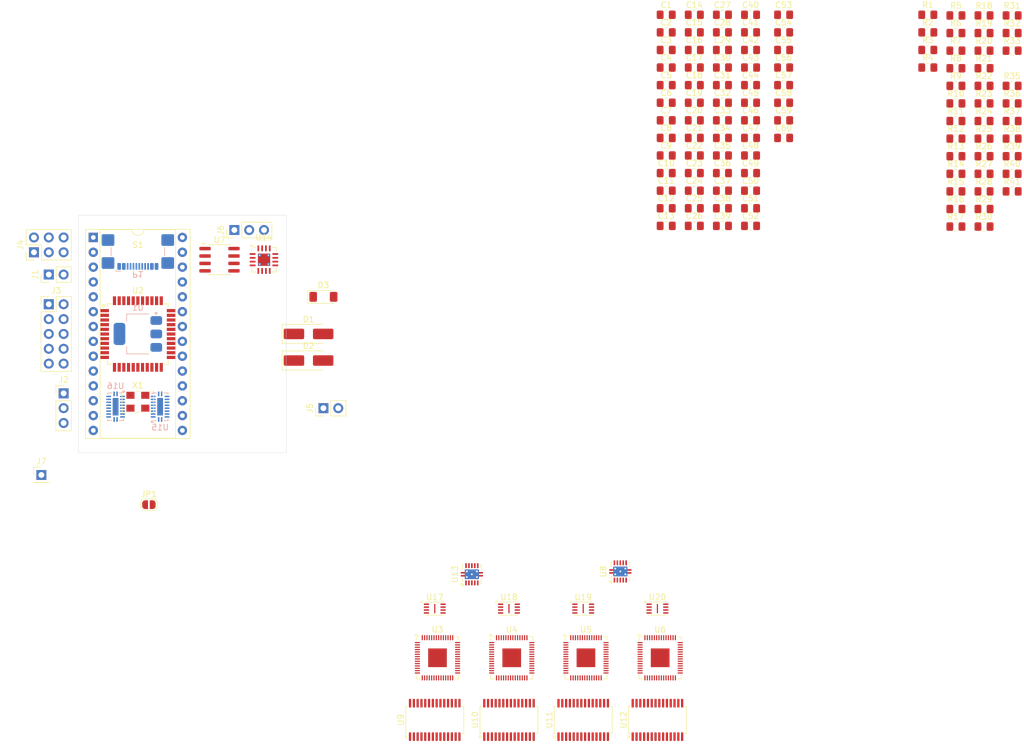
<source format=kicad_pcb>
(kicad_pcb (version 20240108) (generator "pcbnew") (generator_version "8.0")
  (layers (0 "F.Cu" signal) (31 "B.Cu" signal) (34 "B.Paste" user) (35 "F.Paste" user) (36 "B.SilkS" user "B.Silkscreen") (37 "F.SilkS" user "F.Silkscreen") (38 "B.Mask" user) (39 "F.Mask" user) (44 "Edge.Cuts" user))
  (net 0 "")
  (net 1 "GND")
  (net 2 "+3V3")
  (net 3 "+5V")
  (net 4 "Net-(C8-Pad2)")
  (net 5 "/OUTL1")
  (net 6 "/OUTL2")
  (net 7 "Net-(C9-Pad2)")
  (net 8 "/OUTL3")
  (net 9 "Net-(C10-Pad2)")
  (net 10 "/OUTLP")
  (net 11 "Net-(C11-Pad1)")
  (net 12 "/OUTL4")
  (net 13 "Net-(C12-Pad2)")
  (net 14 "Net-(U7A-+)")
  (net 15 "/OUTR1")
  (net 16 "Net-(C14-Pad2)")
  (net 17 "Net-(C15-Pad2)")
  (net 18 "/OUTR2")
  (net 19 "Net-(C16-Pad2)")
  (net 20 "/OUTR3")
  (net 21 "/OUTRP")
  (net 22 "Net-(C17-Pad1)")
  (net 23 "/OUTR4")
  (net 24 "Net-(C18-Pad2)")
  (net 25 "Net-(U7B-+)")
  (net 26 "+5P")
  (net 27 "Net-(U9-CAPP)")
  (net 28 "Net-(U9-CAPM)")
  (net 29 "Net-(U10-CAPP)")
  (net 30 "Net-(U10-CAPM)")
  (net 31 "Net-(U11-CAPM)")
  (net 32 "Net-(U11-CAPP)")
  (net 33 "Net-(U12-CAPM)")
  (net 34 "Net-(U12-CAPP)")
  (net 35 "Net-(U14-C1N)")
  (net 36 "Net-(U14-C1P)")
  (net 37 "Net-(U14-BBR)")
  (net 38 "Net-(U14-BBL)")
  (net 39 "Net-(U9-LDOO)")
  (net 40 "Net-(U10-LDOO)")
  (net 41 "Net-(U11-LDOO)")
  (net 42 "Net-(U12-LDOO)")
  (net 43 "Net-(U9-VNEG)")
  (net 44 "Net-(U10-VNEG)")
  (net 45 "Net-(U11-VNEG)")
  (net 46 "Net-(U12-VNEG)")
  (net 47 "SVSS")
  (net 48 "/Vreg")
  (net 49 "+5C")
  (net 50 "Net-(D3-K)")
  (net 51 "/RST3v3")
  (net 52 "/BOOT")
  (net 53 "/A6")
  (net 54 "/A5")
  (net 55 "/A7")
  (net 57 "/P07")
  (net 60 "/P01")
  (net 61 "/P32")
  (net 62 "/P26")
  (net 63 "/CONFIG0")
  (net 64 "/~{Enable_Config}")
  (net 65 "/CONFIG1")
  (net 66 "/RPRUN")
  (net 68 "Net-(P1-CC)")
  (net 69 "Net-(P1-D-)")
  (net 71 "Net-(P1-D+)")
  (net 72 "/USB_DN")
  (net 73 "/USB_DP")
  (net 74 "Net-(U7A--)")
  (net 75 "Net-(U7B--)")
  (net 76 "/OUTR")
  (net 77 "/OUTL")
  (net 78 "/~{RESET}")
  (net 79 "/ENTR")
  (net 80 "/Q1SS")
  (net 81 "/Q2SS")
  (net 82 "/Q0SS")
  (net 83 "/Q3SS")
  (net 84 "/POTY")
  (net 85 "/RPOTY")
  (net 86 "/RPOTX")
  (net 87 "/POTX")
  (net 88 "/PHI2")
  (net 89 "/D4")
  (net 90 "/A1")
  (net 91 "/D2")
  (net 92 "/D5")
  (net 93 "/D3")
  (net 94 "/D1")
  (net 95 "/R~{W}")
  (net 96 "/A0")
  (net 97 "/D0")
  (net 98 "/D6")
  (net 99 "/A2")
  (net 100 "/~{CE}")
  (net 102 "/A3")
  (net 104 "/A4")
  (net 108 "/D7")
  (net 109 "+9V")
  (net 130 "/CLK")
  (net 142 "/P0IO20")
  (net 143 "/P0IO6")
  (net 144 "/CLK0")
  (net 145 "/USB_DN0")
  (net 146 "/P0IO29")
  (net 148 "/Q0D3")
  (net 149 "/P0IO13")
  (net 150 "/P0IO12")
  (net 151 "/P0IO5")
  (net 152 "/P0IO4")
  (net 153 "/P0IO25")
  (net 154 "/P0IO7")
  (net 155 "/P0IO28")
  (net 156 "/Q0D0")
  (net 157 "/P0IO10")
  (net 158 "/P0IO18")
  (net 159 "/P0IO26")
  (net 160 "/Q0D2")
  (net 161 "/P0IO21")
  (net 162 "/P0IO1")
  (net 163 "/P0IO15")
  (net 164 "/P0IO23")
  (net 165 "/P0IO0")
  (net 166 "/P0IO16")
  (net 167 "/P0IO17")
  (net 168 "/P0IO27")
  (net 169 "/Q0CK")
  (net 170 "/P0IO9")
  (net 172 "/P0IO19")
  (net 173 "/P0IO22")
  (net 174 "/P0IO11")
  (net 175 "/Q0D1")
  (net 176 "/P0IO14")
  (net 177 "/USB_DP0")
  (net 178 "/P0IO2")
  (net 179 "/P0IO8")
  (net 180 "/P0IO3")
  (net 181 "/P0IO24")
  (net 183 "/P1IO27")
  (net 184 "/P1IO13")
  (net 186 "/Q1CK")
  (net 188 "/P1IO26")
  (net 189 "/P1IO5")
  (net 190 "/P1IO19")
  (net 191 "/P1IO20")
  (net 192 "/P1IO18")
  (net 193 "/P1IO15")
  (net 194 "/Q1D0")
  (net 195 "/P1IO24")
  (net 196 "/Q1D3")
  (net 197 "/P1IO21")
  (net 199 "/P1IO23")
  (net 200 "/USB_DN1")
  (net 201 "/P1IO0")
  (net 202 "/P1IO22")
  (net 203 "/P1IO1")
  (net 204 "/Q1D2")
  (net 205 "/P1IO4")
  (net 206 "/P1IO9")
  (net 207 "/P1IO17")
  (net 208 "/P1IO16")
  (net 209 "/P1IO29")
  (net 210 "/P1IO8")
  (net 211 "/P1IO28")
  (net 212 "/P1IO14")
  (net 213 "/P1IO25")
  (net 214 "/P1IO12")
  (net 215 "/P1IO10")
  (net 216 "/P1IO3")
  (net 217 "/P1IO11")
  (net 218 "/P1IO7")
  (net 219 "/P1IO2")
  (net 220 "/CLK1")
  (net 221 "/USB_DP1")
  (net 222 "/Q1D1")
  (net 223 "/P1IO6")
  (net 224 "/P2IO24")
  (net 225 "/USB_DP2")
  (net 226 "/P2IO6")
  (net 227 "/P2IO3")
  (net 228 "/Q2CK")
  (net 229 "/P2IO17")
  (net 230 "/P2IO18")
  (net 231 "/P2IO12")
  (net 232 "/P2IO11")
  (net 233 "/P2IO28")
  (net 234 "/P2IO25")
  (net 235 "/P2IO9")
  (net 236 "/P2IO19")
  (net 237 "/P2IO8")
  (net 238 "/P2IO21")
  (net 239 "/P2IO23")
  (net 240 "/P2IO1")
  (net 241 "/P2IO14")
  (net 242 "/P2IO10")
  (net 243 "/USB_DN2")
  (net 244 "/P2IO26")
  (net 245 "/P2IO22")
  (net 246 "/Q2D0")
  (net 247 "/P2IO15")
  (net 248 "/CLK2")
  (net 249 "/P2IO0")
  (net 250 "/P2IO16")
  (net 251 "/P2IO29")
  (net 252 "/P2IO20")
  (net 253 "/P2IO4")
  (net 254 "/Q2D1")
  (net 255 "/P2IO13")
  (net 256 "/Q2D3")
  (net 257 "/P2IO7")
  (net 258 "/P2IO5")
  (net 259 "/Q2D2")
  (net 260 "/P2IO27")
  (net 264 "/P2IO2")
  (net 265 "/P3IO24")
  (net 266 "/P3IO20")
  (net 267 "/Q3D3")
  (net 268 "/P3IO8")
  (net 269 "/Q3D0")
  (net 270 "/P3IO0")
  (net 271 "/Q3CK")
  (net 272 "/P3IO2")
  (net 273 "/P3IO15")
  (net 274 "/P3IO3")
  (net 275 "/P3IO1")
  (net 276 "/P3IO5")
  (net 277 "/P3IO9")
  (net 278 "/P3IO22")
  (net 279 "/P3IO12")
  (net 280 "/P3IO10")
  (net 281 "/P3IO6")
  (net 282 "/P3IO18")
  (net 283 "/Q3D2")
  (net 284 "/P3IO25")
  (net 286 "/P3IO28")
  (net 287 "/P3IO19")
  (net 288 "/P3IO7")
  (net 289 "/P3IO14")
  (net 290 "/P3IO16")
  (net 291 "/P3IO27")
  (net 292 "/P3IO11")
  (net 293 "/P3IO13")
  (net 294 "/P3IO23")
  (net 296 "/Q3D1")
  (net 297 "/P3IO17")
  (net 298 "/P3IO29")
  (net 299 "/P3IO21")
  (net 300 "/P3IO4")
  (net 301 "/P3IO26")
  (net 303 "/USB_DP3")
  (net 304 "/SELECT")
  (net 305 "/ENABLEB")
  (net 306 "/USB_DN3")
  (net 323 "/ENABLEA")
  (net 324 "/MICSCL")
  (net 325 "/MICSDA")
  (net 326 "/LD6")
  (net 327 "/LD7")
  (net 328 "/LD0")
  (net 329 "/LD3")
  (net 330 "/LD4")
  (net 331 "/LD1")
  (net 332 "/LD5")
  (net 333 "/LD2")
  (net 334 "/LA4")
  (net 335 "/LA3")
  (net 336 "/LA2")
  (net 337 "/LA5")
  (net 338 "/LA0")
  (net 339 "/LA1")
  (net 340 "/LA7")
  (net 341 "/LA6")
  (net 343 "/SUM_L")
  (net 344 "/SUM_R")
  (net 345 "/BOOT1")
  (net 346 "/BOOT2")
  (net 347 "/BOOT0")
  (net 348 "/BOOT3")
  (footprint "Capacitor_SMD:C_0805_2012Metric_Pad1.18x1.45mm_HandSolder" (layer "F.Cu") (at 184.3825 44.12)
    (property "Reference" "C3")
    (property "Value" "1u")
  )
  (footprint "Capacitor_SMD:C_0805_2012Metric_Pad1.18x1.45mm_HandSolder" (layer "F.Cu") (at 238.76 50.261)
    (property "Reference" "R22")
    (property "Value" "10k")
  )
  (footprint "Capacitor_SMD:C_0805_2012Metric_Pad1.18x1.45mm_HandSolder" (layer "F.Cu") (at 198.8125 65.19)
    (property "Reference" "C49")
    (property "Value" "0.1")
  )
  (footprint "Capacitor_SMD:C_0805_2012Metric_Pad1.18x1.45mm_HandSolder" (layer "F.Cu") (at 243.57 41.231)
    (property "Reference" "R32")
    (property "Value" "1k")
  )
  (footprint "Capacitor_SMD:C_0805_2012Metric_Pad1.18x1.45mm_HandSolder" (layer "F.Cu") (at 184.3825 38.1)
    (property "Reference" "C1")
    (property "Value" "1u")
  )
  (footprint "Capacitor_SMD:C_0805_2012Metric_Pad1.18x1.45mm_HandSolder" (layer "F.Cu") (at 194.0025 53.15)
    (property "Reference" "C32")
    (property "Value" "0.1")
  )
  (footprint "Capacitor_SMD:C_0805_2012Metric_Pad1.18x1.45mm_HandSolder" (layer "F.Cu") (at 238.76 65.311)
    (property "Reference" "R27")
    (property "Value" "1k8")
  )
  (footprint "Capacitor_SMD:C_0805_2012Metric_Pad1.18x1.45mm_HandSolder" (layer "F.Cu") (at 184.3825 74.22)
    (property "Reference" "C13")
    (property "Value" "1n")
  )
  (footprint "Connector_PinHeader_2.54mm:PinHeader_1x01_P2.54mm_Vertical" (layer "F.Cu") (at 77.47 116.84)
    (property "Reference" "J7")
    (property "Value" "EVO64 SID2 Pin27")
  )
  (footprint "Package_DIP:DIP-28_W15.24mm_Socket" (layer "F.Cu") (at 86.36 76.2)
    (property "Reference" "S1")
    (property "Value" "MOS6581-SID")
  )
  (footprint "Capacitor_SMD:C_0805_2012Metric_Pad1.18x1.45mm_HandSolder" (layer "F.Cu") (at 189.1925 44.12)
    (property "Reference" "C16")
    (property "Value" "2u2")
  )
  (footprint "Capacitor_SMD:C_0805_2012Metric_Pad1.18x1.45mm_HandSolder" (layer "F.Cu") (at 184.3825 65.19)
    (property "Reference" "C10")
    (property "Value" "2u2")
  )
  (footprint "Connector_PinHeader_2.54mm:PinHeader_1x02_P2.54mm_Vertical" (layer "F.Cu") (at 78.74 82.55 90)
    (property "Reference" "J1")
    (property "Value" "BOOT")
  )
  (footprint "Capacitor_SMD:C_0805_2012Metric_Pad1.18x1.45mm_HandSolder" (layer "F.Cu") (at 233.95 59.291)
    (property "Reference" "R12")
    (property "Value" "47k")
  )
  (footprint "Capacitor_SMD:C_0805_2012Metric_Pad1.18x1.45mm_HandSolder" (layer "F.Cu") (at 233.95 65.311)
    (property "Reference" "R14")
    (property "Value" "10k")
  )
  (footprint "Package_SON:VSON-10-1EP_3x3mm_P0.5mm_EP1.65x2.4mm_ThermalVias" (layer "F.Cu") (at 176.53 133.35 90)
    (property "Reference" "U8")
    (property "Value" "TS3USB221EDRC")
  )
  (footprint "Capacitor_SMD:C_0805_2012Metric_Pad1.18x1.45mm_HandSolder" (layer "F.Cu") (at 229.14 47.13)
    (property "Reference" "R4")
    (property "Value" "5k1")
  )
  (footprint "Capacitor_SMD:C_0805_2012Metric_Pad1.18x1.45mm_HandSolder" (layer "F.Cu") (at 238.76 41.231)
    (property "Reference" "R19")
    (property "Value" "10k")
  )
  (footprint "Package_SON:Winbond_USON-8-1EP_3x2mm_P0.5mm_EP0.2x1.6mm" (layer "F.Cu") (at 182.88 139.7)
    (property "Reference" "U20")
    (property "Value" "W25Q32RVXHJQ")
  )
  (footprint "Capacitor_SMD:C_0805_2012Metric_Pad1.18x1.45mm_HandSolder" (layer "F.Cu") (at 238.76 71.331)
    (property "Reference" "R29")
    (property "Value" "100k")
  )
  (footprint "Capacitor_SMD:C_0805_2012Metric_Pad1.18x1.45mm_HandSolder" (layer "F.Cu") (at 243.57 38.221)
    (property "Reference" "R31")
    (property "Value" "1k")
  )
  (footprint "Capacitor_SMD:C_0805_2012Metric_Pad1.18x1.45mm_HandSolder" (layer "F.Cu") (at 184.3825 59.17)
    (property "Reference" "C8")
    (property "Value" "2u2")
  )
  (footprint "Capacitor_SMD:C_0805_2012Metric_Pad1.18x1.45mm_HandSolder" (layer "F.Cu") (at 189.1925 47.13)
    (property "Reference" "C17")
    (property "Value" "1n")
  )
  (footprint "Capacitor_SMD:C_0805_2012Metric_Pad1.18x1.45mm_HandSolder" (layer "F.Cu") (at 204.47 50.14)
    (property "Reference" "C57")
    (property "Value" "0.1")
  )
  (footprint "Package_SON:Winbond_USON-8-1EP_3x2mm_P0.5mm_EP0.2x1.6mm" (layer "F.Cu") (at 144.78 139.7)
    (property "Reference" "U17")
    (property "Value" "W25Q32RVXHJQ")
  )
  (footprint "Capacitor_SMD:C_0805_2012Metric_Pad1.18x1.45mm_HandSolder" (layer "F.Cu") (at 204.47 59.17)
    (property "Reference" "C60")
    (property "Value" "0.1")
  )
  (footprint "Capacitor_SMD:C_0805_2012Metric_Pad1.18x1.45mm_HandSolder" (layer "F.Cu") (at 189.1925 62.18)
    (property "Reference" "C22")
    (property "Value" "0.1")
  )
  (footprint "Capacitor_SMD:C_0805_2012Metric_Pad1.18x1.45mm_HandSolder" (layer "F.Cu") (at 238.76 47.251)
    (property "Reference" "R21")
    (property "Value" "47k")
  )
  (footprint "Capacitor_SMD:C_0805_2012Metric_Pad1.18x1.45mm_HandSolder" (layer "F.Cu") (at 194.0025 71.21)
    (property "Reference" "C38")
    (property "Value" "2u2")
  )
  (footprint "Capacitor_SMD:C_0805_2012Metric_Pad1.18x1.45mm_HandSolder" (layer "F.Cu") (at 198.8125 47.13)
    (property "Reference" "C43")
    (property "Value" "0.1")
  )
  (footprint "Capacitor_SMD:C_0805_2012Metric_Pad1.18x1.45mm_HandSolder" (layer "F.Cu") (at 238.76 74.341)
    (property "Reference" "R30")
    (property "Value" "1k")
  )
  (footprint "Package_SO:TSSOP-28_4.4x9.7mm_P0.65mm" (layer "F.Cu") (at 182.88 158.75 90)
    (property "Reference" "U12")
    (property "Value" "PCM5122PW")
  )
  (footprint "Capacitor_SMD:C_0805_2012Metric_Pad1.18x1.45mm_HandSolder" (layer "F.Cu") (at 238.76 62.301)
    (property "Reference" "R26")
    (property "Value" "47k")
  )
  (footprint "Capacitor_SMD:C_0805_2012Metric_Pad1.18x1.45mm_HandSolder" (layer "F.Cu") (at 204.47 47.13)
    (property "Reference" "C56")
    (property "Value" "0.1")
  )
  (footprint "Capacitor_SMD:C_0805_2012Metric_Pad1.18x1.45mm_HandSolder" (layer "F.Cu") (at 243.57 62.301)
    (property "Reference" "R39")
    (property "Value" "4k7")
  )
  (footprint "Capacitor_SMD:C_0805_2012Metric_Pad1.18x1.45mm_HandSolder" (layer "F.Cu") (at 198.8125 68.2)
    (property "Reference" "C50")
    (property "Value" "0.1")
  )
  (footprint "Capacitor_SMD:C_0805_2012Metric_Pad1.18x1.45mm_HandSolder" (layer "F.Cu") (at 233.95 47.251)
    (property "Reference" "R8")
    (property "Value" "10k")
  )
  (footprint "Diode_SMD:D_SMA_Handsoldering" (layer "F.Cu") (at 123.19 92.71)
    (property "Reference" "D1")
    (property "Value" "PMEG3010EP")
  )
  (footprint "Capacitor_SMD:C_0805_2012Metric_Pad1.18x1.45mm_HandSolder" (layer "F.Cu") (at 184.3825 68.2)
    (property "Reference" "C11")
    (property "Value" "1n")
  )
  (footprint "Capacitor_SMD:C_0805_2012Metric_Pad1.18x1.45mm_HandSolder" (layer "F.Cu") (at 194.0025 74.22)
    (property "Reference" "C39")
    (property "Value" "2u2")
  )
  (footprint "Capacitor_SMD:C_0805_2012Metric_Pad1.18x1.45mm_HandSolder" (layer "F.Cu") (at 243.57 65.311)
    (property "Reference" "R40")
    (property "Value" "470R")
  )
  (footprint "Capacitor_SMD:C_0805_2012Metric_Pad1.18x1.45mm_HandSolder" (layer "F.Cu") (at 243.57 56.281)
    (property "Reference" "R37")
    (property "Value" "4k7")
  )
  (footprint "Package_DFN_QFN:QFN-56-1EP_7x7mm_P0.4mm_EP3.2x3.2mm" (layer "F.Cu") (at 183.35 148.12)
    (property "Reference" "U6")
    (property "Value" "RP2040")
  )
  (footprint "CPU2:TQFN-16-1EP_4x4mm_P0.65mm_EP2.1x2.1mm_ThermalVias" (layer "F.Cu") (at 115.57 80.01)
    (property "Reference" "U14")
    (property "Value" "MAX9723")
  )
  (footprint "Package_DFN_QFN:QFN-56-1EP_7x7mm_P0.4mm_EP3.2x3.2mm" (layer "F.Cu") (at 170.65 148.12)
    (property "Reference" "U5")
    (property "Value" "RP2040")
  )
  (footprint "Capacitor_SMD:C_0805_2012Metric_Pad1.18x1.45mm_HandSolder" (layer "F.Cu") (at 233.95 56.281)
    (property "Reference" "R11")
    (property "Value" "27R")
  )
  (footprint "Capacitor_SMD:C_0805_2012Metric_Pad1.18x1.45mm_HandSolder" (layer "F.Cu") (at 229.14 44.12)
    (property "Reference" "R3")
    (property "Value" "10k")
  )
  (footprint "Capacitor_SMD:C_0805_2012Metric_Pad1.18x1.45mm_HandSolder" (layer "F.Cu") (at 189.1925 68.2)
    (property "Reference" "C24")
    (property "Value" "1u")
  )
  (footprint "Capacitor_SMD:C_0805_2012Metric_Pad1.18x1.45mm_HandSolder" (layer "F.Cu") (at 198.8125 41.11)
    (property "Reference" "C41")
    (property "Value" "1u")
  )
  (footprint "Package_SON:Winbond_USON-8-1EP_3x2mm_P0.5mm_EP0.2x1.6mm" (layer "F.Cu") (at 157.48 139.7)
    (property "Reference" "U18")
    (property "Value" "W25Q32RVXHJQ")
  )
  (footprint "Capacitor_SMD:C_0805_2012Metric_Pad1.18x1.45mm_HandSolder" (layer "F.Cu") (at 238.76 53.271)
    (property "Reference" "R23")
    (property "Value" "47k")
  )
  (footprint "Capacitor_SMD:C_0805_2012Metric_Pad1.18x1.45mm_HandSolder" (layer "F.Cu") (at 233.95 53.271)
    (property "Reference" "R10")
    (property "Value" "10k")
  )
  (footprint "Jumper:SolderJumper-2_P1.3mm_Open_RoundedPad1.0x1.5mm" (layer "F.Cu") (at 95.87 121.92)
    (property "Reference" "JP1")
    (property "Value" "HARD RESET")
  )
  (footprint "Capacitor_SMD:C_0805_2012Metric_Pad1.18x1.45mm_HandSolder" (layer "F.Cu") (at 184.3825 50.14)
    (property "Reference" "C5")
    (property "Value" "1u")
  )
  (footprint "Capacitor_SMD:C_0805_2012Metric_Pad1.18x1.45mm_HandSolder" (layer "F.Cu") (at 229.14 41.11)
    (property "Reference" "R2")
    (property "Value" "10k")
  )
  (footprint "Capacitor_SMD:C_0805_2012Metric_Pad1.18x1.45mm_HandSolder" (layer "F.Cu") (at 238.76 38.221)
    (property "Reference" "R18")
    (property "Value" "10k")
  )
  (footprint "Capacitor_SMD:C_0805_2012Metric_Pad1.18x1.45mm_HandSolder" (layer "F.Cu") (at 184.3825 47.13)
    (property "Reference" "C4")
    (property "Value" "1u")
  )
  (footprint "Capacitor_SMD:C_0805_2012Metric_Pad1.18x1.45mm_HandSolder" (layer "F.Cu") (at 204.47 56.16)
    (property "Reference" "C59")
    (property "Value" "0.1")
  )
  (footprint "Capacitor_SMD:C_0805_2012Metric_Pad1.18x1.45mm_HandSolder" (layer "F.Cu") (at 198.8125 59.17)
    (property "Reference" "C47")
    (property "Value" "0.1")
  )
  (footprint "Connector_PinHeader_2.54mm:PinHeader_1x03_P2.54mm_Vertical" (layer "F.Cu") (at 81.28 102.87)
    (property "Reference" "J2")
    (property "Value" "ADDR")
  )
  (footprint "Capacitor_SMD:C_0805_2012Metric_Pad1.18x1.45mm_HandSolder" (layer "F.Cu") (at 189.1925 41.11)
    (property "Reference" "C15")
    (property "Value" "2u2")
  )
  (footprint "Package_DFN_QFN:QFN-56-1EP_7x7mm_P0.4mm_EP3.2x3.2mm" (layer "F.Cu") (at 157.95 148.12)
    (property "Reference" "U4")
    (property "Value" "RP2040")
  )
  (footprint "Capacitor_SMD:C_0805_2012Metric_Pad1.18x1.45mm_HandSolder" (layer "F.Cu") (at 189.1925 65.19)
    (property "Reference" "C23")
    (property "Value" "0.1")
  )
  (footprint "Connector_PinHeader_2.54mm:PinHeader_1x03_P2.54mm_Vertical" (layer "F.Cu") (at 110.490001 74.93 90)
    (property "Reference" "J6")
    (property "Value" "HEADPHONE OUT")
  )
  (footprint "Capacitor_SMD:C_0805_2012Metric_Pad1.18x1.45mm_HandSolder" (layer "F.Cu") (at 233.95 50.261)
    (property "Reference" "R9")
    (property "Value" "10k")
  )
  (footprint "Capacitor_SMD:C_0805_2012Metric_Pad1.18x1.45mm_HandSolder" (layer "F.Cu") (at 243.57 53.271)
    (property "Reference" "R36")
    (property "Value" "470R")
  )
  (footprint "Capacitor_SMD:C_0805_2012Metric_Pad1.18x1.45mm_HandSolder" (layer "F.Cu") (at 233.95 41.231)
    (property "Reference" "R6")
    (property "Value" "27R")
  )
  (footprint "Capacitor_SMD:C_0805_2012Metric_Pad1.18x1.45mm_HandSolder" (layer "F.Cu") (at 189.1925 50.14)
    (property "Reference" "C18")
    (property "Value" "2u2")
  )
  (footprint "Capacitor_SMD:C_0805_2012Metric_Pad1.18x1.45mm_HandSolder" (layer "F.Cu") (at 198.8125 62.18)
    (property "Reference" "C48")
    (property "Value" "0.1")
  )
  (footprint "Connector_PinHeader_2.54mm:PinHeader_1x02_P2.54mm_Vertical" (layer "F.Cu") (at 125.73 105.41 90)
    (property "Reference" "J5")
    (property "Value" "MONO")
  )
  (footprint "Capacitor_SMD:C_0805_2012Metric_Pad1.18x1.45mm_HandSolder" (layer "F.Cu") (at 198.8125 74.22)
    (property "Reference" "C52")
    (property "Value" "0.1")
  )
  (footprint "Capacitor_SMD:C_0805_2012Metric_Pad1.18x1.45mm_HandSolder" (layer "F.Cu") (at 198.8125 38.1)
    (property "Reference" "C40")
    (property "Value" "0.1")
  )
  (footprint "Capacitor_SMD:C_0805_2012Metric_Pad1.18x1.45mm_HandSolder" (layer "F.Cu") (at 233.95 74.341)
    (property "Reference" "R17")
    (property "Value" "47k")
  )
  (footprint "Capacitor_SMD:C_0805_2012Metric_Pad1.18x1.45mm_HandSolder" (layer "F.Cu") (at 189.1925 56.16)
    (property "Reference" "C20")
    (property "Value" "0.1")
  )
  (footprint "Capacitor_SMD:C_0805_2012Metric_Pad1.18x1.45mm_HandSolder" (layer "F.Cu") (at 194.0025 44.12)
    (property "Reference" "C29")
    (property "Value" "1u")
  )
  (footprint "Capacitor_SMD:C_0805_2012Metric_Pad1.18x1.45mm_HandSolder" (layer "F.Cu") (at 233.95 71.331)
    (property "Reference" "R16")
    (property "Value" "10k")
  )
  (footprint "Capacitor_SMD:C_0805_2012Metric_Pad1.18x1.45mm_HandSolder" (layer "F.Cu") (at 233.95 44.241)
    (property "Reference" "R7")
    (property "Value" "47k")
  )
  (footprint "Capacitor_SMD:C_0805_2012Metric_Pad1.18x1.45mm_HandSolder" (layer "F.Cu") (at 204.47 38.1)
    (property "Reference" "C53")
    (property "Value" "0.1")
  )
  (footprint "Capacitor_SMD:C_0805_2012Metric_Pad1.18x1.45mm_HandSolder" (layer "F.Cu") (at 204.47 44.12)
    (property "Reference" "C55")
    (property "Value" "0.1")
  )
  (footprint "Capacitor_SMD:C_0805_2012Metric_Pad1.18x1.45mm_HandSolder" (layer "F.Cu") (at 198.8125 50.14)
    (property "Reference" "C44")
    (property "Value" "0.1")
  )
  (footprint "Capacitor_SMD:C_0805_2012Metric_Pad1.18x1.45mm_HandSolder" (layer "F.Cu") (at 184.3825 41.11)
    (property "Reference" "C2")
    (property "Value" "1u")
  )
  (footprint "Capacitor_SMD:C_0805_2012Metric_Pad1.18x1.45mm_HandSolder" (layer "F.Cu") (at 198.8125 71.21)
    (property "Reference" "C51")
    (property "Value" "0.1")
  )
  (footprint "Capacitor_SMD:C_0805_2012Metric_Pad1.18x1.45mm_HandSolder" (layer "F.Cu") (at 204.47 53.15)
    (property "Reference" "C58")
    (property "Value" "1u")
  )
  (footprint "Capacitor_SMD:C_0805_2012Metric_Pad1.18x1.45mm_HandSolder" (layer "F.Cu") (at 184.3825 71.21)
    (property "Reference" "C12")
    (property "Value" "2u2")
  )
  (footprint "Package_DFN_QFN:QFN-56-1EP_7x7mm_P0.4mm_EP3.2x3.2mm" (layer "F.Cu") (at 145.25 148.12)
    (property "Reference" "U3")
    (property "Value" "RP2040")
  )
  (footprint "Capacitor_SMD:C_0805_2012Metric_Pad1.18x1.45mm_HandSolder" (layer "F.Cu") (at 198.8125 44.12)
    (property "Reference" "C42")
    (property "Value" "0.1")
  )
  (footprint "Capacitor_SMD:C_0805_2012Metric_Pad1.18x1.45mm_HandSolder" (layer "F.Cu") (at 233.95 62.301)
    (property "Reference" "R13")
    (property "Value" "10k")
  )
  (footprint "Capacitor_SMD:C_0805_2012Metric_Pad1.18x1.45mm_HandSolder" (layer "F.Cu") (at 194.0025 68.2)
    (property "Reference" "C37")
    (property "Value" "2u2")
  )
  (footprint "Capacitor_SMD:C_0805_2012Metric_Pad1.18x1.45mm_HandSolder" (layer "F.Cu") (at 194.0025 41.11)
    (property "Reference" "C28")
    (property "Value" "2u2")
  )
  (footprint "Package_SO:TSSOP-28_4.4x9.7mm_P0.65mm" (layer "F.Cu") (at 144.78 158.75 90)
    (property "Reference" "U9")
    (property "Value" "PCM5122PW")
  )
  (footprint "Capacitor_SMD:C_0805_2012Metric_Pad1.18x1.45mm_HandSolder" (layer "F.Cu") (at 194.0025 59.17)
    (property "Reference" "C34")
    (property "Value" "0.1")
  )
  (footprint "Capacitor_SMD:C_0805_2012Metric_Pad1.18x1.45mm_HandSolder" (layer "F.Cu") (at 198.8125 56.16)
    (property "Reference" "C46")
    (property "Value" "0.1")
  )
  (footprint "Capacitor_SMD:C_0805_2012Metric_Pad1.18x1.45mm_HandSolder" (layer "F.Cu") (at 194.0025 38.1)
    (property "Reference" "C27")
    (property "Value" "2u2")
  )
  (footprint "Capacitor_SMD:C_0805_2012Metric_Pad1.18x1.45mm_HandSolder" (layer "F.Cu") (at 229.14 38.1)
    (property "Reference" "R1")
    (property "Value" "4k7")
  )
  (footprint "Capacitor_SMD:C_0805_2012Metric_Pad1.18x1.45mm_HandSolder" (layer "F.Cu") (at 189.1925 53.15)
    (property "Reference" "C19")
    (property "Value" "1n")
  )
  (footprint "Capacitor_SMD:C_0805_2012Metric_Pad1.18x1.45mm_HandSolder" (layer "F.Cu") (at 204.47 41.11)
    (property "Reference" "C54")
    (property "Value" "0.1")
  )
  (footprint "Diode_SMD:D_SMA_Handsoldering" (layer "F.Cu") (at 123.19 97.26)
    (property "Reference" "D2")
    (property "Value" "PMEG3010EP")
  )
  (footprint "Capacitor_SMD:C_0805_2012Metric_Pad1.18x1.45mm_HandSolder" (layer "F.Cu") (at 194.0025 56.16)
    (property "Reference" "C33")
    (property "Value" "0.1")
  )
  (footprint "Capacitor_SMD:C_0805_2012Metric_Pad1.18x1.45mm_HandSolder" (layer "F.Cu") (at 238.76 59.291)
    (property "Reference" "R25")
    (property "Value" "22k")
  )
  (footprint "Capacitor_SMD:C_0805_2012Metric_Pad1.18x1.45mm_HandSolder" (layer "F.Cu") (at 189.1925 59.17)
    (property "Reference" "C21")
    (property "Value" "0.1")
  )
  (footprint "Capacitor_SMD:C_0805_2012Metric_Pad1.18x1.45mm_HandSolder" (layer "F.Cu") (at 184.3825 53.15)
    (property "Reference" "C6")
    (property "Value" "1u")
  )
  (footprint "Capacitor_SMD:C_0805_2012Metric_Pad1.18x1.45mm_HandSolder" (layer "F.Cu") (at 238.76 44.241)
    (property "Reference" "R20")
    (property "Value" "10k")
  )
  (footprint "Capacitor_SMD:C_0805_2012Metric_Pad1.18x1.45mm_HandSolder" (layer "F.Cu") (at 184.3825 62.18)
    (property "Reference" "C9")
    (property "Value" "2u2")
  )
  (footprint "Capacitor_SMD:C_0805_2012Metric_Pad1.18x1.45mm_HandSolder" (layer "F.Cu") (at 243.57 50.261)
    (property "Reference" "R35")
    (property "Value" "4k7")
  )
  (footprint "Connector_PinHeader_2.54mm:PinHeader_2x05_P2.54mm_Vertical" (layer "F.Cu") (at 78.74 87.63)
    (property "Reference" "J3")
    (property "Value" "AVR-JTAG-10")
  )
  (footprint "Package_SO:SOIC-8_3.9x4.9mm_P1.27mm" (layer "F.Cu") (at 107.95 80.01)
    (property "Reference" "U7")
    (property "Value" "OPA2134")
  )
  (footprint "Oscillator:Oscillator_SMD_TXC_7C-4Pin_5.0x3.2mm" (layer "F.Cu") (at 93.98 104.31)
    (property "Reference" "X1")
    (property "Value" "DSC1001BI2-012.0000T")
  )
  (footprint "Capacitor_SMD:C_0805_2012Metric_Pad1.18x1.45mm_HandSolder" (layer "F.Cu") (at 198.8125 53.15)
    (property "Reference" "C45")
    (property "Value" "0.1")
  )
  (footprint "Package_QFP:TQFP-44_10x10mm_P0.8mm" (layer "F.Cu") (at 93.985 92.725)
    (property "Reference" "U2")
    (property "Value" "ATF1502ASL-xAx44")
  )
  (footprint "Package_SON:Winbond_USON-8-1EP_3x2mm_P0.5mm_EP0.2x1.6mm" (layer "F.Cu") (at 170.18 139.7)
    (property "Reference" "U19")
    (property "Value" "W25Q32RVXHJQ")
  )
  (footprint "Capacitor_SMD:C_0805_2012Metric_Pad1.18x1.45mm_HandSolder" (layer "F.Cu") (at 194.0025 47.13)
    (property "Reference" "C30")
    (property "Value" "0.1u")
  )
  (footprint "Connector_PinHeader_2.54mm:PinHeader_2x03_P2.54mm_Vertical" (layer "F.Cu") (at 76.2 78.74 90)
    (property "Reference" "J4")
    (property "Value" "Conn_02x03_Odd_Even")
  )
  (footprint "Package_SO:TSSOP-28_4.4x9.7mm_P0.65mm" (layer "F.Cu") (at 170.18 158.75 90)
    (property "Reference" "U11")
    (property "Value" "PCM5122PW")
  )
  (footprint "Capacitor_SMD:C_0805_2012Metric_Pad1.18x1.45mm_HandSolder" (layer "F.Cu") (at 189.1925 74.22)
    (property "Reference" "C26")
    (property "Value" "2u2")
  )
  (footprint "Diode_SMD:D_MiniMELF" (layer "F.Cu") (at 125.73 86.36)
    (property "Reference" "D3")
    (property "Value" "1N4148")
  )
  (footprint "Capacitor_SMD:C_0805_2012Metric_Pad1.18x1.45mm_HandSolder" (layer "F.Cu") (at 238.76 68.321)
    (property "Reference" "R28")
    (property "Value" "10k")
  )
  (footprint "Capacitor_SMD:C_0805_2012Metric_Pad1.18x1.45mm_HandSolder" (layer "F.Cu") (at 189.1925 38.1)
    (property "Reference" "C14")
    (property "Value" "2u2")
  )
  (footprint "Capacitor_SMD:C_0805_2012Metric_Pad1.18x1.45mm_HandSolder" (layer "F.Cu") (at 243.57 68.321)
    (property "Reference" "R41")
    (property "Value" "1k")
  )
  (footprint "Package_SO:TSSOP-28_4.4x9.7mm_P0.65mm" (layer "F.Cu") (at 157.48 158.75 90)
    (property "Reference" "U10")
    (property "Value" "PCM5122PW")
  )
  (footprint "Capacitor_SMD:C_0805_2012Metric_Pad1.18x1.45mm_HandSolder" (layer "F.Cu") (at 243.57 44.241)
    (property "Reference" "R33")
    (property "Value" "1k")
  )
  (footprint "Capacitor_SMD:C_0805_2012Metric_Pad1.18x1.45mm_HandSolder" (layer "F.Cu") (at 189.1925 71.21)
    (property "Reference" "C25")
    (property "Value" "2u2")
  )
  (footprint "Capacitor_SMD:C_0805_2012Metric_Pad1.18x1.45mm_HandSolder" (layer "F.Cu") (at 184.3825 56.16)
    (property "Reference" "C7")
    (property "Value" "10u")
  )
  (footprint "Capacitor_SMD:C_0805_2012Metric_Pad1.18x1.45mm_HandSolder" (layer "F.Cu") (at 243.57 59.291)
    (property "Reference" "R38")
    (property "Value" "1k")
  )
  (footprint "Capacitor_SMD:C_0805_2012Metric_Pad1.18x1.45mm_HandSolder" (layer "F.Cu") (at 194.0025 62.18)
    (property "Reference" "C35")
    (property "Value" "0.1")
  )
  (footprint "Capacitor_SMD:C_0805_2012Metric_Pad1.18x1.45mm_HandSolder" (layer "F.Cu") (at 238.76 56.281)
    (property "Reference" "R24")
    (property "Value" "22k")
  )
  (footprint "Capacitor_SMD:C_0805_2012Metric_Pad1.18x1.45mm_HandSolder" (layer "F.Cu") (at 233.95 68.321)
    (property "Reference" "R15")
    (property "Value" "10k")
  )
  (footprint "Capacitor_SMD:C_0805_2012Metric_Pad1.18x1.45mm_HandSolder" (layer "F.Cu") (at 194.0025 65.19)
    (property "Reference" "C36")
    (property "Value" "2u2")
  )
  (footprint "Package_SON:VSON-10-1EP_3x3mm_P0.5mm_EP1.65x2.4mm_ThermalVias" (layer "F.Cu") (at 151.13 133.83 90)
    (property "Reference" "U13")
    (property "Value" "TS3USB221EDRC")
  )
  (footprint "Capacitor_SMD:C_0805_2012Metric_Pad1.18x1.45mm_HandSolder" (layer "F.Cu") (at 194.0025 50.14)
    (property "Reference" "C31")
    (property "Value" "0.1u")
  )
  (footprint "Capacitor_SMD:C_0805_2012Metric_Pad1.18x1.45mm_HandSolder" (layer "F.Cu") (at 233.95 38.221)
    (property "Reference" "R5")
    (property "Value" "10k")
  )
  (footprint "Package_DFN_QFN:DHVQFN-20-1EP_2.5x4.5mm_P0.5mm_EP1x3mm" (layer "B.Cu") (at 97.79 105.16)
    (property "Reference" "U15")
    (property "Value" "LSF0108BQ")
  )
  (footprint "Package_TO_SOT_SMD:SOT-223-3_TabPin2" (layer "B.Cu") (at 93.98 92.71 180)
    (property "Reference" "U1")
    (property "Value" "AP7365-33EG-13")
  )
  (footprint "Connector_USB:USB_C_Receptacle_GCT_USB4110" (layer "B.Cu") (at 93.98 77.47)
    (property "Reference" "P1")
    (property "Value" "USB_C_Plug_USB2.0")
  )
  (footprint "Package_DFN_QFN:DHVQFN-20-1EP_2.5x4.5mm_P0.5mm_EP1x3mm" (layer "B.Cu") (at 90.17 105.16 180)
    (property "Reference" "U16")
    (property "Value" "LSF0108BQ")
  )
  (gr_rect (start 83.82 72.39) (end 119.38 113.03) (stroke (width 0.05)) (fill none) (layer "Edge.Cuts"))
)
</source>
